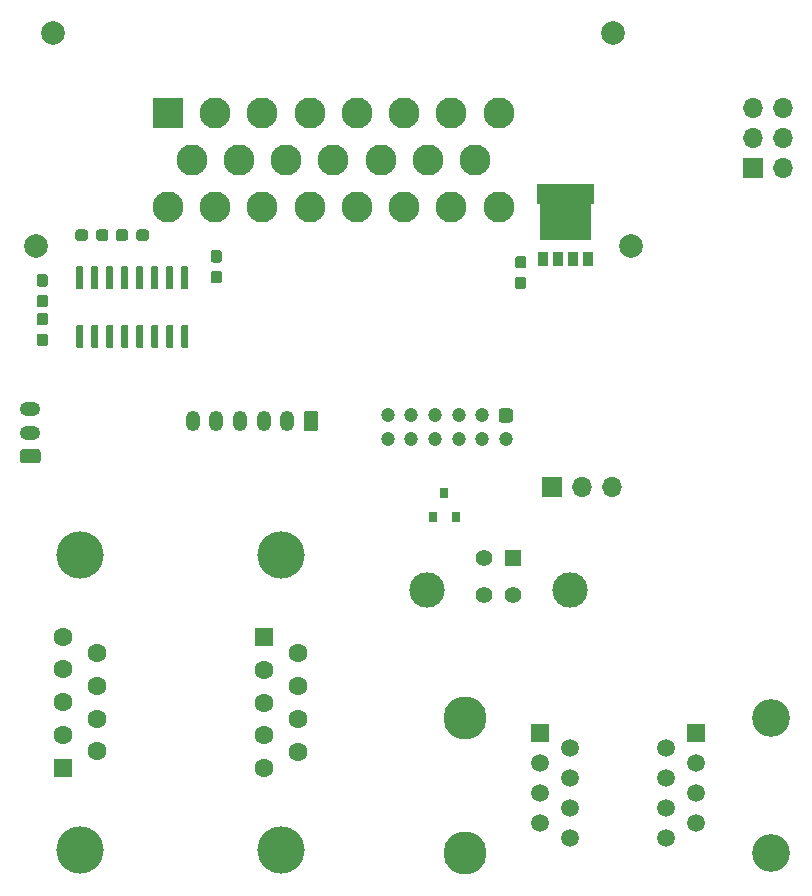
<source format=gbr>
G04 #@! TF.GenerationSoftware,KiCad,Pcbnew,5.1.5-52549c5~84~ubuntu18.04.1*
G04 #@! TF.CreationDate,2020-03-01T21:30:35-05:00*
G04 #@! TF.ProjectId,Port_Panel,506f7274-5f50-4616-9e65-6c2e6b696361,rev?*
G04 #@! TF.SameCoordinates,Original*
G04 #@! TF.FileFunction,Soldermask,Bot*
G04 #@! TF.FilePolarity,Negative*
%FSLAX46Y46*%
G04 Gerber Fmt 4.6, Leading zero omitted, Abs format (unit mm)*
G04 Created by KiCad (PCBNEW 5.1.5-52549c5~84~ubuntu18.04.1) date 2020-03-01 21:30:35*
%MOMM*%
%LPD*%
G04 APERTURE LIST*
%ADD10O,1.700000X1.700000*%
%ADD11R,1.700000X1.700000*%
%ADD12C,0.100000*%
%ADD13C,1.500000*%
%ADD14R,1.500000X1.500000*%
%ADD15C,3.650000*%
%ADD16C,1.200000*%
%ADD17C,2.000000*%
%ADD18C,2.625000*%
%ADD19R,2.625000X2.625000*%
%ADD20R,0.840000X1.290000*%
%ADD21C,1.400000*%
%ADD22C,3.000000*%
%ADD23R,1.400000X1.400000*%
%ADD24C,3.200000*%
%ADD25O,1.200000X1.750000*%
%ADD26R,1.600000X1.600000*%
%ADD27C,1.600000*%
%ADD28C,4.000000*%
%ADD29O,1.750000X1.200000*%
%ADD30R,0.800000X0.900000*%
G04 APERTURE END LIST*
D10*
X151892000Y-82296000D03*
X149352000Y-82296000D03*
D11*
X146812000Y-82296000D03*
D12*
G36*
X103892779Y-67548144D02*
G01*
X103915834Y-67551563D01*
X103938443Y-67557227D01*
X103960387Y-67565079D01*
X103981457Y-67575044D01*
X104001448Y-67587026D01*
X104020168Y-67600910D01*
X104037438Y-67616562D01*
X104053090Y-67633832D01*
X104066974Y-67652552D01*
X104078956Y-67672543D01*
X104088921Y-67693613D01*
X104096773Y-67715557D01*
X104102437Y-67738166D01*
X104105856Y-67761221D01*
X104107000Y-67784500D01*
X104107000Y-68359500D01*
X104105856Y-68382779D01*
X104102437Y-68405834D01*
X104096773Y-68428443D01*
X104088921Y-68450387D01*
X104078956Y-68471457D01*
X104066974Y-68491448D01*
X104053090Y-68510168D01*
X104037438Y-68527438D01*
X104020168Y-68543090D01*
X104001448Y-68556974D01*
X103981457Y-68568956D01*
X103960387Y-68578921D01*
X103938443Y-68586773D01*
X103915834Y-68592437D01*
X103892779Y-68595856D01*
X103869500Y-68597000D01*
X103394500Y-68597000D01*
X103371221Y-68595856D01*
X103348166Y-68592437D01*
X103325557Y-68586773D01*
X103303613Y-68578921D01*
X103282543Y-68568956D01*
X103262552Y-68556974D01*
X103243832Y-68543090D01*
X103226562Y-68527438D01*
X103210910Y-68510168D01*
X103197026Y-68491448D01*
X103185044Y-68471457D01*
X103175079Y-68450387D01*
X103167227Y-68428443D01*
X103161563Y-68405834D01*
X103158144Y-68382779D01*
X103157000Y-68359500D01*
X103157000Y-67784500D01*
X103158144Y-67761221D01*
X103161563Y-67738166D01*
X103167227Y-67715557D01*
X103175079Y-67693613D01*
X103185044Y-67672543D01*
X103197026Y-67652552D01*
X103210910Y-67633832D01*
X103226562Y-67616562D01*
X103243832Y-67600910D01*
X103262552Y-67587026D01*
X103282543Y-67575044D01*
X103303613Y-67565079D01*
X103325557Y-67557227D01*
X103348166Y-67551563D01*
X103371221Y-67548144D01*
X103394500Y-67547000D01*
X103869500Y-67547000D01*
X103892779Y-67548144D01*
G37*
G36*
X103892779Y-69298144D02*
G01*
X103915834Y-69301563D01*
X103938443Y-69307227D01*
X103960387Y-69315079D01*
X103981457Y-69325044D01*
X104001448Y-69337026D01*
X104020168Y-69350910D01*
X104037438Y-69366562D01*
X104053090Y-69383832D01*
X104066974Y-69402552D01*
X104078956Y-69422543D01*
X104088921Y-69443613D01*
X104096773Y-69465557D01*
X104102437Y-69488166D01*
X104105856Y-69511221D01*
X104107000Y-69534500D01*
X104107000Y-70109500D01*
X104105856Y-70132779D01*
X104102437Y-70155834D01*
X104096773Y-70178443D01*
X104088921Y-70200387D01*
X104078956Y-70221457D01*
X104066974Y-70241448D01*
X104053090Y-70260168D01*
X104037438Y-70277438D01*
X104020168Y-70293090D01*
X104001448Y-70306974D01*
X103981457Y-70318956D01*
X103960387Y-70328921D01*
X103938443Y-70336773D01*
X103915834Y-70342437D01*
X103892779Y-70345856D01*
X103869500Y-70347000D01*
X103394500Y-70347000D01*
X103371221Y-70345856D01*
X103348166Y-70342437D01*
X103325557Y-70336773D01*
X103303613Y-70328921D01*
X103282543Y-70318956D01*
X103262552Y-70306974D01*
X103243832Y-70293090D01*
X103226562Y-70277438D01*
X103210910Y-70260168D01*
X103197026Y-70241448D01*
X103185044Y-70221457D01*
X103175079Y-70200387D01*
X103167227Y-70178443D01*
X103161563Y-70155834D01*
X103158144Y-70132779D01*
X103157000Y-70109500D01*
X103157000Y-69534500D01*
X103158144Y-69511221D01*
X103161563Y-69488166D01*
X103167227Y-69465557D01*
X103175079Y-69443613D01*
X103185044Y-69422543D01*
X103197026Y-69402552D01*
X103210910Y-69383832D01*
X103226562Y-69366562D01*
X103243832Y-69350910D01*
X103262552Y-69337026D01*
X103282543Y-69325044D01*
X103303613Y-69315079D01*
X103325557Y-69307227D01*
X103348166Y-69301563D01*
X103371221Y-69298144D01*
X103394500Y-69297000D01*
X103869500Y-69297000D01*
X103892779Y-69298144D01*
G37*
G36*
X112437779Y-60486144D02*
G01*
X112460834Y-60489563D01*
X112483443Y-60495227D01*
X112505387Y-60503079D01*
X112526457Y-60513044D01*
X112546448Y-60525026D01*
X112565168Y-60538910D01*
X112582438Y-60554562D01*
X112598090Y-60571832D01*
X112611974Y-60590552D01*
X112623956Y-60610543D01*
X112633921Y-60631613D01*
X112641773Y-60653557D01*
X112647437Y-60676166D01*
X112650856Y-60699221D01*
X112652000Y-60722500D01*
X112652000Y-61197500D01*
X112650856Y-61220779D01*
X112647437Y-61243834D01*
X112641773Y-61266443D01*
X112633921Y-61288387D01*
X112623956Y-61309457D01*
X112611974Y-61329448D01*
X112598090Y-61348168D01*
X112582438Y-61365438D01*
X112565168Y-61381090D01*
X112546448Y-61394974D01*
X112526457Y-61406956D01*
X112505387Y-61416921D01*
X112483443Y-61424773D01*
X112460834Y-61430437D01*
X112437779Y-61433856D01*
X112414500Y-61435000D01*
X111839500Y-61435000D01*
X111816221Y-61433856D01*
X111793166Y-61430437D01*
X111770557Y-61424773D01*
X111748613Y-61416921D01*
X111727543Y-61406956D01*
X111707552Y-61394974D01*
X111688832Y-61381090D01*
X111671562Y-61365438D01*
X111655910Y-61348168D01*
X111642026Y-61329448D01*
X111630044Y-61309457D01*
X111620079Y-61288387D01*
X111612227Y-61266443D01*
X111606563Y-61243834D01*
X111603144Y-61220779D01*
X111602000Y-61197500D01*
X111602000Y-60722500D01*
X111603144Y-60699221D01*
X111606563Y-60676166D01*
X111612227Y-60653557D01*
X111620079Y-60631613D01*
X111630044Y-60610543D01*
X111642026Y-60590552D01*
X111655910Y-60571832D01*
X111671562Y-60554562D01*
X111688832Y-60538910D01*
X111707552Y-60525026D01*
X111727543Y-60513044D01*
X111748613Y-60503079D01*
X111770557Y-60495227D01*
X111793166Y-60489563D01*
X111816221Y-60486144D01*
X111839500Y-60485000D01*
X112414500Y-60485000D01*
X112437779Y-60486144D01*
G37*
G36*
X110687779Y-60486144D02*
G01*
X110710834Y-60489563D01*
X110733443Y-60495227D01*
X110755387Y-60503079D01*
X110776457Y-60513044D01*
X110796448Y-60525026D01*
X110815168Y-60538910D01*
X110832438Y-60554562D01*
X110848090Y-60571832D01*
X110861974Y-60590552D01*
X110873956Y-60610543D01*
X110883921Y-60631613D01*
X110891773Y-60653557D01*
X110897437Y-60676166D01*
X110900856Y-60699221D01*
X110902000Y-60722500D01*
X110902000Y-61197500D01*
X110900856Y-61220779D01*
X110897437Y-61243834D01*
X110891773Y-61266443D01*
X110883921Y-61288387D01*
X110873956Y-61309457D01*
X110861974Y-61329448D01*
X110848090Y-61348168D01*
X110832438Y-61365438D01*
X110815168Y-61381090D01*
X110796448Y-61394974D01*
X110776457Y-61406956D01*
X110755387Y-61416921D01*
X110733443Y-61424773D01*
X110710834Y-61430437D01*
X110687779Y-61433856D01*
X110664500Y-61435000D01*
X110089500Y-61435000D01*
X110066221Y-61433856D01*
X110043166Y-61430437D01*
X110020557Y-61424773D01*
X109998613Y-61416921D01*
X109977543Y-61406956D01*
X109957552Y-61394974D01*
X109938832Y-61381090D01*
X109921562Y-61365438D01*
X109905910Y-61348168D01*
X109892026Y-61329448D01*
X109880044Y-61309457D01*
X109870079Y-61288387D01*
X109862227Y-61266443D01*
X109856563Y-61243834D01*
X109853144Y-61220779D01*
X109852000Y-61197500D01*
X109852000Y-60722500D01*
X109853144Y-60699221D01*
X109856563Y-60676166D01*
X109862227Y-60653557D01*
X109870079Y-60631613D01*
X109880044Y-60610543D01*
X109892026Y-60590552D01*
X109905910Y-60571832D01*
X109921562Y-60554562D01*
X109938832Y-60538910D01*
X109957552Y-60525026D01*
X109977543Y-60513044D01*
X109998613Y-60503079D01*
X110020557Y-60495227D01*
X110043166Y-60489563D01*
X110066221Y-60486144D01*
X110089500Y-60485000D01*
X110664500Y-60485000D01*
X110687779Y-60486144D01*
G37*
G36*
X109022779Y-60486144D02*
G01*
X109045834Y-60489563D01*
X109068443Y-60495227D01*
X109090387Y-60503079D01*
X109111457Y-60513044D01*
X109131448Y-60525026D01*
X109150168Y-60538910D01*
X109167438Y-60554562D01*
X109183090Y-60571832D01*
X109196974Y-60590552D01*
X109208956Y-60610543D01*
X109218921Y-60631613D01*
X109226773Y-60653557D01*
X109232437Y-60676166D01*
X109235856Y-60699221D01*
X109237000Y-60722500D01*
X109237000Y-61197500D01*
X109235856Y-61220779D01*
X109232437Y-61243834D01*
X109226773Y-61266443D01*
X109218921Y-61288387D01*
X109208956Y-61309457D01*
X109196974Y-61329448D01*
X109183090Y-61348168D01*
X109167438Y-61365438D01*
X109150168Y-61381090D01*
X109131448Y-61394974D01*
X109111457Y-61406956D01*
X109090387Y-61416921D01*
X109068443Y-61424773D01*
X109045834Y-61430437D01*
X109022779Y-61433856D01*
X108999500Y-61435000D01*
X108424500Y-61435000D01*
X108401221Y-61433856D01*
X108378166Y-61430437D01*
X108355557Y-61424773D01*
X108333613Y-61416921D01*
X108312543Y-61406956D01*
X108292552Y-61394974D01*
X108273832Y-61381090D01*
X108256562Y-61365438D01*
X108240910Y-61348168D01*
X108227026Y-61329448D01*
X108215044Y-61309457D01*
X108205079Y-61288387D01*
X108197227Y-61266443D01*
X108191563Y-61243834D01*
X108188144Y-61220779D01*
X108187000Y-61197500D01*
X108187000Y-60722500D01*
X108188144Y-60699221D01*
X108191563Y-60676166D01*
X108197227Y-60653557D01*
X108205079Y-60631613D01*
X108215044Y-60610543D01*
X108227026Y-60590552D01*
X108240910Y-60571832D01*
X108256562Y-60554562D01*
X108273832Y-60538910D01*
X108292552Y-60525026D01*
X108312543Y-60513044D01*
X108333613Y-60503079D01*
X108355557Y-60495227D01*
X108378166Y-60489563D01*
X108401221Y-60486144D01*
X108424500Y-60485000D01*
X108999500Y-60485000D01*
X109022779Y-60486144D01*
G37*
G36*
X107272779Y-60486144D02*
G01*
X107295834Y-60489563D01*
X107318443Y-60495227D01*
X107340387Y-60503079D01*
X107361457Y-60513044D01*
X107381448Y-60525026D01*
X107400168Y-60538910D01*
X107417438Y-60554562D01*
X107433090Y-60571832D01*
X107446974Y-60590552D01*
X107458956Y-60610543D01*
X107468921Y-60631613D01*
X107476773Y-60653557D01*
X107482437Y-60676166D01*
X107485856Y-60699221D01*
X107487000Y-60722500D01*
X107487000Y-61197500D01*
X107485856Y-61220779D01*
X107482437Y-61243834D01*
X107476773Y-61266443D01*
X107468921Y-61288387D01*
X107458956Y-61309457D01*
X107446974Y-61329448D01*
X107433090Y-61348168D01*
X107417438Y-61365438D01*
X107400168Y-61381090D01*
X107381448Y-61394974D01*
X107361457Y-61406956D01*
X107340387Y-61416921D01*
X107318443Y-61424773D01*
X107295834Y-61430437D01*
X107272779Y-61433856D01*
X107249500Y-61435000D01*
X106674500Y-61435000D01*
X106651221Y-61433856D01*
X106628166Y-61430437D01*
X106605557Y-61424773D01*
X106583613Y-61416921D01*
X106562543Y-61406956D01*
X106542552Y-61394974D01*
X106523832Y-61381090D01*
X106506562Y-61365438D01*
X106490910Y-61348168D01*
X106477026Y-61329448D01*
X106465044Y-61309457D01*
X106455079Y-61288387D01*
X106447227Y-61266443D01*
X106441563Y-61243834D01*
X106438144Y-61220779D01*
X106437000Y-61197500D01*
X106437000Y-60722500D01*
X106438144Y-60699221D01*
X106441563Y-60676166D01*
X106447227Y-60653557D01*
X106455079Y-60631613D01*
X106465044Y-60610543D01*
X106477026Y-60590552D01*
X106490910Y-60571832D01*
X106506562Y-60554562D01*
X106523832Y-60538910D01*
X106542552Y-60525026D01*
X106562543Y-60513044D01*
X106583613Y-60503079D01*
X106605557Y-60495227D01*
X106628166Y-60489563D01*
X106651221Y-60486144D01*
X106674500Y-60485000D01*
X107249500Y-60485000D01*
X107272779Y-60486144D01*
G37*
G36*
X103892779Y-66024144D02*
G01*
X103915834Y-66027563D01*
X103938443Y-66033227D01*
X103960387Y-66041079D01*
X103981457Y-66051044D01*
X104001448Y-66063026D01*
X104020168Y-66076910D01*
X104037438Y-66092562D01*
X104053090Y-66109832D01*
X104066974Y-66128552D01*
X104078956Y-66148543D01*
X104088921Y-66169613D01*
X104096773Y-66191557D01*
X104102437Y-66214166D01*
X104105856Y-66237221D01*
X104107000Y-66260500D01*
X104107000Y-66835500D01*
X104105856Y-66858779D01*
X104102437Y-66881834D01*
X104096773Y-66904443D01*
X104088921Y-66926387D01*
X104078956Y-66947457D01*
X104066974Y-66967448D01*
X104053090Y-66986168D01*
X104037438Y-67003438D01*
X104020168Y-67019090D01*
X104001448Y-67032974D01*
X103981457Y-67044956D01*
X103960387Y-67054921D01*
X103938443Y-67062773D01*
X103915834Y-67068437D01*
X103892779Y-67071856D01*
X103869500Y-67073000D01*
X103394500Y-67073000D01*
X103371221Y-67071856D01*
X103348166Y-67068437D01*
X103325557Y-67062773D01*
X103303613Y-67054921D01*
X103282543Y-67044956D01*
X103262552Y-67032974D01*
X103243832Y-67019090D01*
X103226562Y-67003438D01*
X103210910Y-66986168D01*
X103197026Y-66967448D01*
X103185044Y-66947457D01*
X103175079Y-66926387D01*
X103167227Y-66904443D01*
X103161563Y-66881834D01*
X103158144Y-66858779D01*
X103157000Y-66835500D01*
X103157000Y-66260500D01*
X103158144Y-66237221D01*
X103161563Y-66214166D01*
X103167227Y-66191557D01*
X103175079Y-66169613D01*
X103185044Y-66148543D01*
X103197026Y-66128552D01*
X103210910Y-66109832D01*
X103226562Y-66092562D01*
X103243832Y-66076910D01*
X103262552Y-66063026D01*
X103282543Y-66051044D01*
X103303613Y-66041079D01*
X103325557Y-66033227D01*
X103348166Y-66027563D01*
X103371221Y-66024144D01*
X103394500Y-66023000D01*
X103869500Y-66023000D01*
X103892779Y-66024144D01*
G37*
G36*
X103892779Y-64274144D02*
G01*
X103915834Y-64277563D01*
X103938443Y-64283227D01*
X103960387Y-64291079D01*
X103981457Y-64301044D01*
X104001448Y-64313026D01*
X104020168Y-64326910D01*
X104037438Y-64342562D01*
X104053090Y-64359832D01*
X104066974Y-64378552D01*
X104078956Y-64398543D01*
X104088921Y-64419613D01*
X104096773Y-64441557D01*
X104102437Y-64464166D01*
X104105856Y-64487221D01*
X104107000Y-64510500D01*
X104107000Y-65085500D01*
X104105856Y-65108779D01*
X104102437Y-65131834D01*
X104096773Y-65154443D01*
X104088921Y-65176387D01*
X104078956Y-65197457D01*
X104066974Y-65217448D01*
X104053090Y-65236168D01*
X104037438Y-65253438D01*
X104020168Y-65269090D01*
X104001448Y-65282974D01*
X103981457Y-65294956D01*
X103960387Y-65304921D01*
X103938443Y-65312773D01*
X103915834Y-65318437D01*
X103892779Y-65321856D01*
X103869500Y-65323000D01*
X103394500Y-65323000D01*
X103371221Y-65321856D01*
X103348166Y-65318437D01*
X103325557Y-65312773D01*
X103303613Y-65304921D01*
X103282543Y-65294956D01*
X103262552Y-65282974D01*
X103243832Y-65269090D01*
X103226562Y-65253438D01*
X103210910Y-65236168D01*
X103197026Y-65217448D01*
X103185044Y-65197457D01*
X103175079Y-65176387D01*
X103167227Y-65154443D01*
X103161563Y-65131834D01*
X103158144Y-65108779D01*
X103157000Y-65085500D01*
X103157000Y-64510500D01*
X103158144Y-64487221D01*
X103161563Y-64464166D01*
X103167227Y-64441557D01*
X103175079Y-64419613D01*
X103185044Y-64398543D01*
X103197026Y-64378552D01*
X103210910Y-64359832D01*
X103226562Y-64342562D01*
X103243832Y-64326910D01*
X103262552Y-64313026D01*
X103282543Y-64301044D01*
X103303613Y-64291079D01*
X103325557Y-64283227D01*
X103348166Y-64277563D01*
X103371221Y-64274144D01*
X103394500Y-64273000D01*
X103869500Y-64273000D01*
X103892779Y-64274144D01*
G37*
G36*
X118624779Y-63992144D02*
G01*
X118647834Y-63995563D01*
X118670443Y-64001227D01*
X118692387Y-64009079D01*
X118713457Y-64019044D01*
X118733448Y-64031026D01*
X118752168Y-64044910D01*
X118769438Y-64060562D01*
X118785090Y-64077832D01*
X118798974Y-64096552D01*
X118810956Y-64116543D01*
X118820921Y-64137613D01*
X118828773Y-64159557D01*
X118834437Y-64182166D01*
X118837856Y-64205221D01*
X118839000Y-64228500D01*
X118839000Y-64803500D01*
X118837856Y-64826779D01*
X118834437Y-64849834D01*
X118828773Y-64872443D01*
X118820921Y-64894387D01*
X118810956Y-64915457D01*
X118798974Y-64935448D01*
X118785090Y-64954168D01*
X118769438Y-64971438D01*
X118752168Y-64987090D01*
X118733448Y-65000974D01*
X118713457Y-65012956D01*
X118692387Y-65022921D01*
X118670443Y-65030773D01*
X118647834Y-65036437D01*
X118624779Y-65039856D01*
X118601500Y-65041000D01*
X118126500Y-65041000D01*
X118103221Y-65039856D01*
X118080166Y-65036437D01*
X118057557Y-65030773D01*
X118035613Y-65022921D01*
X118014543Y-65012956D01*
X117994552Y-65000974D01*
X117975832Y-64987090D01*
X117958562Y-64971438D01*
X117942910Y-64954168D01*
X117929026Y-64935448D01*
X117917044Y-64915457D01*
X117907079Y-64894387D01*
X117899227Y-64872443D01*
X117893563Y-64849834D01*
X117890144Y-64826779D01*
X117889000Y-64803500D01*
X117889000Y-64228500D01*
X117890144Y-64205221D01*
X117893563Y-64182166D01*
X117899227Y-64159557D01*
X117907079Y-64137613D01*
X117917044Y-64116543D01*
X117929026Y-64096552D01*
X117942910Y-64077832D01*
X117958562Y-64060562D01*
X117975832Y-64044910D01*
X117994552Y-64031026D01*
X118014543Y-64019044D01*
X118035613Y-64009079D01*
X118057557Y-64001227D01*
X118080166Y-63995563D01*
X118103221Y-63992144D01*
X118126500Y-63991000D01*
X118601500Y-63991000D01*
X118624779Y-63992144D01*
G37*
G36*
X118624779Y-62242144D02*
G01*
X118647834Y-62245563D01*
X118670443Y-62251227D01*
X118692387Y-62259079D01*
X118713457Y-62269044D01*
X118733448Y-62281026D01*
X118752168Y-62294910D01*
X118769438Y-62310562D01*
X118785090Y-62327832D01*
X118798974Y-62346552D01*
X118810956Y-62366543D01*
X118820921Y-62387613D01*
X118828773Y-62409557D01*
X118834437Y-62432166D01*
X118837856Y-62455221D01*
X118839000Y-62478500D01*
X118839000Y-63053500D01*
X118837856Y-63076779D01*
X118834437Y-63099834D01*
X118828773Y-63122443D01*
X118820921Y-63144387D01*
X118810956Y-63165457D01*
X118798974Y-63185448D01*
X118785090Y-63204168D01*
X118769438Y-63221438D01*
X118752168Y-63237090D01*
X118733448Y-63250974D01*
X118713457Y-63262956D01*
X118692387Y-63272921D01*
X118670443Y-63280773D01*
X118647834Y-63286437D01*
X118624779Y-63289856D01*
X118601500Y-63291000D01*
X118126500Y-63291000D01*
X118103221Y-63289856D01*
X118080166Y-63286437D01*
X118057557Y-63280773D01*
X118035613Y-63272921D01*
X118014543Y-63262956D01*
X117994552Y-63250974D01*
X117975832Y-63237090D01*
X117958562Y-63221438D01*
X117942910Y-63204168D01*
X117929026Y-63185448D01*
X117917044Y-63165457D01*
X117907079Y-63144387D01*
X117899227Y-63122443D01*
X117893563Y-63099834D01*
X117890144Y-63076779D01*
X117889000Y-63053500D01*
X117889000Y-62478500D01*
X117890144Y-62455221D01*
X117893563Y-62432166D01*
X117899227Y-62409557D01*
X117907079Y-62387613D01*
X117917044Y-62366543D01*
X117929026Y-62346552D01*
X117942910Y-62327832D01*
X117958562Y-62310562D01*
X117975832Y-62294910D01*
X117994552Y-62281026D01*
X118014543Y-62269044D01*
X118035613Y-62259079D01*
X118057557Y-62251227D01*
X118080166Y-62245563D01*
X118103221Y-62242144D01*
X118126500Y-62241000D01*
X118601500Y-62241000D01*
X118624779Y-62242144D01*
G37*
G36*
X106971703Y-68556722D02*
G01*
X106986264Y-68558882D01*
X107000543Y-68562459D01*
X107014403Y-68567418D01*
X107027710Y-68573712D01*
X107040336Y-68581280D01*
X107052159Y-68590048D01*
X107063066Y-68599934D01*
X107072952Y-68610841D01*
X107081720Y-68622664D01*
X107089288Y-68635290D01*
X107095582Y-68648597D01*
X107100541Y-68662457D01*
X107104118Y-68676736D01*
X107106278Y-68691297D01*
X107107000Y-68706000D01*
X107107000Y-70356000D01*
X107106278Y-70370703D01*
X107104118Y-70385264D01*
X107100541Y-70399543D01*
X107095582Y-70413403D01*
X107089288Y-70426710D01*
X107081720Y-70439336D01*
X107072952Y-70451159D01*
X107063066Y-70462066D01*
X107052159Y-70471952D01*
X107040336Y-70480720D01*
X107027710Y-70488288D01*
X107014403Y-70494582D01*
X107000543Y-70499541D01*
X106986264Y-70503118D01*
X106971703Y-70505278D01*
X106957000Y-70506000D01*
X106657000Y-70506000D01*
X106642297Y-70505278D01*
X106627736Y-70503118D01*
X106613457Y-70499541D01*
X106599597Y-70494582D01*
X106586290Y-70488288D01*
X106573664Y-70480720D01*
X106561841Y-70471952D01*
X106550934Y-70462066D01*
X106541048Y-70451159D01*
X106532280Y-70439336D01*
X106524712Y-70426710D01*
X106518418Y-70413403D01*
X106513459Y-70399543D01*
X106509882Y-70385264D01*
X106507722Y-70370703D01*
X106507000Y-70356000D01*
X106507000Y-68706000D01*
X106507722Y-68691297D01*
X106509882Y-68676736D01*
X106513459Y-68662457D01*
X106518418Y-68648597D01*
X106524712Y-68635290D01*
X106532280Y-68622664D01*
X106541048Y-68610841D01*
X106550934Y-68599934D01*
X106561841Y-68590048D01*
X106573664Y-68581280D01*
X106586290Y-68573712D01*
X106599597Y-68567418D01*
X106613457Y-68562459D01*
X106627736Y-68558882D01*
X106642297Y-68556722D01*
X106657000Y-68556000D01*
X106957000Y-68556000D01*
X106971703Y-68556722D01*
G37*
G36*
X108241703Y-68556722D02*
G01*
X108256264Y-68558882D01*
X108270543Y-68562459D01*
X108284403Y-68567418D01*
X108297710Y-68573712D01*
X108310336Y-68581280D01*
X108322159Y-68590048D01*
X108333066Y-68599934D01*
X108342952Y-68610841D01*
X108351720Y-68622664D01*
X108359288Y-68635290D01*
X108365582Y-68648597D01*
X108370541Y-68662457D01*
X108374118Y-68676736D01*
X108376278Y-68691297D01*
X108377000Y-68706000D01*
X108377000Y-70356000D01*
X108376278Y-70370703D01*
X108374118Y-70385264D01*
X108370541Y-70399543D01*
X108365582Y-70413403D01*
X108359288Y-70426710D01*
X108351720Y-70439336D01*
X108342952Y-70451159D01*
X108333066Y-70462066D01*
X108322159Y-70471952D01*
X108310336Y-70480720D01*
X108297710Y-70488288D01*
X108284403Y-70494582D01*
X108270543Y-70499541D01*
X108256264Y-70503118D01*
X108241703Y-70505278D01*
X108227000Y-70506000D01*
X107927000Y-70506000D01*
X107912297Y-70505278D01*
X107897736Y-70503118D01*
X107883457Y-70499541D01*
X107869597Y-70494582D01*
X107856290Y-70488288D01*
X107843664Y-70480720D01*
X107831841Y-70471952D01*
X107820934Y-70462066D01*
X107811048Y-70451159D01*
X107802280Y-70439336D01*
X107794712Y-70426710D01*
X107788418Y-70413403D01*
X107783459Y-70399543D01*
X107779882Y-70385264D01*
X107777722Y-70370703D01*
X107777000Y-70356000D01*
X107777000Y-68706000D01*
X107777722Y-68691297D01*
X107779882Y-68676736D01*
X107783459Y-68662457D01*
X107788418Y-68648597D01*
X107794712Y-68635290D01*
X107802280Y-68622664D01*
X107811048Y-68610841D01*
X107820934Y-68599934D01*
X107831841Y-68590048D01*
X107843664Y-68581280D01*
X107856290Y-68573712D01*
X107869597Y-68567418D01*
X107883457Y-68562459D01*
X107897736Y-68558882D01*
X107912297Y-68556722D01*
X107927000Y-68556000D01*
X108227000Y-68556000D01*
X108241703Y-68556722D01*
G37*
G36*
X109511703Y-68556722D02*
G01*
X109526264Y-68558882D01*
X109540543Y-68562459D01*
X109554403Y-68567418D01*
X109567710Y-68573712D01*
X109580336Y-68581280D01*
X109592159Y-68590048D01*
X109603066Y-68599934D01*
X109612952Y-68610841D01*
X109621720Y-68622664D01*
X109629288Y-68635290D01*
X109635582Y-68648597D01*
X109640541Y-68662457D01*
X109644118Y-68676736D01*
X109646278Y-68691297D01*
X109647000Y-68706000D01*
X109647000Y-70356000D01*
X109646278Y-70370703D01*
X109644118Y-70385264D01*
X109640541Y-70399543D01*
X109635582Y-70413403D01*
X109629288Y-70426710D01*
X109621720Y-70439336D01*
X109612952Y-70451159D01*
X109603066Y-70462066D01*
X109592159Y-70471952D01*
X109580336Y-70480720D01*
X109567710Y-70488288D01*
X109554403Y-70494582D01*
X109540543Y-70499541D01*
X109526264Y-70503118D01*
X109511703Y-70505278D01*
X109497000Y-70506000D01*
X109197000Y-70506000D01*
X109182297Y-70505278D01*
X109167736Y-70503118D01*
X109153457Y-70499541D01*
X109139597Y-70494582D01*
X109126290Y-70488288D01*
X109113664Y-70480720D01*
X109101841Y-70471952D01*
X109090934Y-70462066D01*
X109081048Y-70451159D01*
X109072280Y-70439336D01*
X109064712Y-70426710D01*
X109058418Y-70413403D01*
X109053459Y-70399543D01*
X109049882Y-70385264D01*
X109047722Y-70370703D01*
X109047000Y-70356000D01*
X109047000Y-68706000D01*
X109047722Y-68691297D01*
X109049882Y-68676736D01*
X109053459Y-68662457D01*
X109058418Y-68648597D01*
X109064712Y-68635290D01*
X109072280Y-68622664D01*
X109081048Y-68610841D01*
X109090934Y-68599934D01*
X109101841Y-68590048D01*
X109113664Y-68581280D01*
X109126290Y-68573712D01*
X109139597Y-68567418D01*
X109153457Y-68562459D01*
X109167736Y-68558882D01*
X109182297Y-68556722D01*
X109197000Y-68556000D01*
X109497000Y-68556000D01*
X109511703Y-68556722D01*
G37*
G36*
X110781703Y-68556722D02*
G01*
X110796264Y-68558882D01*
X110810543Y-68562459D01*
X110824403Y-68567418D01*
X110837710Y-68573712D01*
X110850336Y-68581280D01*
X110862159Y-68590048D01*
X110873066Y-68599934D01*
X110882952Y-68610841D01*
X110891720Y-68622664D01*
X110899288Y-68635290D01*
X110905582Y-68648597D01*
X110910541Y-68662457D01*
X110914118Y-68676736D01*
X110916278Y-68691297D01*
X110917000Y-68706000D01*
X110917000Y-70356000D01*
X110916278Y-70370703D01*
X110914118Y-70385264D01*
X110910541Y-70399543D01*
X110905582Y-70413403D01*
X110899288Y-70426710D01*
X110891720Y-70439336D01*
X110882952Y-70451159D01*
X110873066Y-70462066D01*
X110862159Y-70471952D01*
X110850336Y-70480720D01*
X110837710Y-70488288D01*
X110824403Y-70494582D01*
X110810543Y-70499541D01*
X110796264Y-70503118D01*
X110781703Y-70505278D01*
X110767000Y-70506000D01*
X110467000Y-70506000D01*
X110452297Y-70505278D01*
X110437736Y-70503118D01*
X110423457Y-70499541D01*
X110409597Y-70494582D01*
X110396290Y-70488288D01*
X110383664Y-70480720D01*
X110371841Y-70471952D01*
X110360934Y-70462066D01*
X110351048Y-70451159D01*
X110342280Y-70439336D01*
X110334712Y-70426710D01*
X110328418Y-70413403D01*
X110323459Y-70399543D01*
X110319882Y-70385264D01*
X110317722Y-70370703D01*
X110317000Y-70356000D01*
X110317000Y-68706000D01*
X110317722Y-68691297D01*
X110319882Y-68676736D01*
X110323459Y-68662457D01*
X110328418Y-68648597D01*
X110334712Y-68635290D01*
X110342280Y-68622664D01*
X110351048Y-68610841D01*
X110360934Y-68599934D01*
X110371841Y-68590048D01*
X110383664Y-68581280D01*
X110396290Y-68573712D01*
X110409597Y-68567418D01*
X110423457Y-68562459D01*
X110437736Y-68558882D01*
X110452297Y-68556722D01*
X110467000Y-68556000D01*
X110767000Y-68556000D01*
X110781703Y-68556722D01*
G37*
G36*
X112051703Y-68556722D02*
G01*
X112066264Y-68558882D01*
X112080543Y-68562459D01*
X112094403Y-68567418D01*
X112107710Y-68573712D01*
X112120336Y-68581280D01*
X112132159Y-68590048D01*
X112143066Y-68599934D01*
X112152952Y-68610841D01*
X112161720Y-68622664D01*
X112169288Y-68635290D01*
X112175582Y-68648597D01*
X112180541Y-68662457D01*
X112184118Y-68676736D01*
X112186278Y-68691297D01*
X112187000Y-68706000D01*
X112187000Y-70356000D01*
X112186278Y-70370703D01*
X112184118Y-70385264D01*
X112180541Y-70399543D01*
X112175582Y-70413403D01*
X112169288Y-70426710D01*
X112161720Y-70439336D01*
X112152952Y-70451159D01*
X112143066Y-70462066D01*
X112132159Y-70471952D01*
X112120336Y-70480720D01*
X112107710Y-70488288D01*
X112094403Y-70494582D01*
X112080543Y-70499541D01*
X112066264Y-70503118D01*
X112051703Y-70505278D01*
X112037000Y-70506000D01*
X111737000Y-70506000D01*
X111722297Y-70505278D01*
X111707736Y-70503118D01*
X111693457Y-70499541D01*
X111679597Y-70494582D01*
X111666290Y-70488288D01*
X111653664Y-70480720D01*
X111641841Y-70471952D01*
X111630934Y-70462066D01*
X111621048Y-70451159D01*
X111612280Y-70439336D01*
X111604712Y-70426710D01*
X111598418Y-70413403D01*
X111593459Y-70399543D01*
X111589882Y-70385264D01*
X111587722Y-70370703D01*
X111587000Y-70356000D01*
X111587000Y-68706000D01*
X111587722Y-68691297D01*
X111589882Y-68676736D01*
X111593459Y-68662457D01*
X111598418Y-68648597D01*
X111604712Y-68635290D01*
X111612280Y-68622664D01*
X111621048Y-68610841D01*
X111630934Y-68599934D01*
X111641841Y-68590048D01*
X111653664Y-68581280D01*
X111666290Y-68573712D01*
X111679597Y-68567418D01*
X111693457Y-68562459D01*
X111707736Y-68558882D01*
X111722297Y-68556722D01*
X111737000Y-68556000D01*
X112037000Y-68556000D01*
X112051703Y-68556722D01*
G37*
G36*
X113321703Y-68556722D02*
G01*
X113336264Y-68558882D01*
X113350543Y-68562459D01*
X113364403Y-68567418D01*
X113377710Y-68573712D01*
X113390336Y-68581280D01*
X113402159Y-68590048D01*
X113413066Y-68599934D01*
X113422952Y-68610841D01*
X113431720Y-68622664D01*
X113439288Y-68635290D01*
X113445582Y-68648597D01*
X113450541Y-68662457D01*
X113454118Y-68676736D01*
X113456278Y-68691297D01*
X113457000Y-68706000D01*
X113457000Y-70356000D01*
X113456278Y-70370703D01*
X113454118Y-70385264D01*
X113450541Y-70399543D01*
X113445582Y-70413403D01*
X113439288Y-70426710D01*
X113431720Y-70439336D01*
X113422952Y-70451159D01*
X113413066Y-70462066D01*
X113402159Y-70471952D01*
X113390336Y-70480720D01*
X113377710Y-70488288D01*
X113364403Y-70494582D01*
X113350543Y-70499541D01*
X113336264Y-70503118D01*
X113321703Y-70505278D01*
X113307000Y-70506000D01*
X113007000Y-70506000D01*
X112992297Y-70505278D01*
X112977736Y-70503118D01*
X112963457Y-70499541D01*
X112949597Y-70494582D01*
X112936290Y-70488288D01*
X112923664Y-70480720D01*
X112911841Y-70471952D01*
X112900934Y-70462066D01*
X112891048Y-70451159D01*
X112882280Y-70439336D01*
X112874712Y-70426710D01*
X112868418Y-70413403D01*
X112863459Y-70399543D01*
X112859882Y-70385264D01*
X112857722Y-70370703D01*
X112857000Y-70356000D01*
X112857000Y-68706000D01*
X112857722Y-68691297D01*
X112859882Y-68676736D01*
X112863459Y-68662457D01*
X112868418Y-68648597D01*
X112874712Y-68635290D01*
X112882280Y-68622664D01*
X112891048Y-68610841D01*
X112900934Y-68599934D01*
X112911841Y-68590048D01*
X112923664Y-68581280D01*
X112936290Y-68573712D01*
X112949597Y-68567418D01*
X112963457Y-68562459D01*
X112977736Y-68558882D01*
X112992297Y-68556722D01*
X113007000Y-68556000D01*
X113307000Y-68556000D01*
X113321703Y-68556722D01*
G37*
G36*
X114591703Y-68556722D02*
G01*
X114606264Y-68558882D01*
X114620543Y-68562459D01*
X114634403Y-68567418D01*
X114647710Y-68573712D01*
X114660336Y-68581280D01*
X114672159Y-68590048D01*
X114683066Y-68599934D01*
X114692952Y-68610841D01*
X114701720Y-68622664D01*
X114709288Y-68635290D01*
X114715582Y-68648597D01*
X114720541Y-68662457D01*
X114724118Y-68676736D01*
X114726278Y-68691297D01*
X114727000Y-68706000D01*
X114727000Y-70356000D01*
X114726278Y-70370703D01*
X114724118Y-70385264D01*
X114720541Y-70399543D01*
X114715582Y-70413403D01*
X114709288Y-70426710D01*
X114701720Y-70439336D01*
X114692952Y-70451159D01*
X114683066Y-70462066D01*
X114672159Y-70471952D01*
X114660336Y-70480720D01*
X114647710Y-70488288D01*
X114634403Y-70494582D01*
X114620543Y-70499541D01*
X114606264Y-70503118D01*
X114591703Y-70505278D01*
X114577000Y-70506000D01*
X114277000Y-70506000D01*
X114262297Y-70505278D01*
X114247736Y-70503118D01*
X114233457Y-70499541D01*
X114219597Y-70494582D01*
X114206290Y-70488288D01*
X114193664Y-70480720D01*
X114181841Y-70471952D01*
X114170934Y-70462066D01*
X114161048Y-70451159D01*
X114152280Y-70439336D01*
X114144712Y-70426710D01*
X114138418Y-70413403D01*
X114133459Y-70399543D01*
X114129882Y-70385264D01*
X114127722Y-70370703D01*
X114127000Y-70356000D01*
X114127000Y-68706000D01*
X114127722Y-68691297D01*
X114129882Y-68676736D01*
X114133459Y-68662457D01*
X114138418Y-68648597D01*
X114144712Y-68635290D01*
X114152280Y-68622664D01*
X114161048Y-68610841D01*
X114170934Y-68599934D01*
X114181841Y-68590048D01*
X114193664Y-68581280D01*
X114206290Y-68573712D01*
X114219597Y-68567418D01*
X114233457Y-68562459D01*
X114247736Y-68558882D01*
X114262297Y-68556722D01*
X114277000Y-68556000D01*
X114577000Y-68556000D01*
X114591703Y-68556722D01*
G37*
G36*
X115861703Y-68556722D02*
G01*
X115876264Y-68558882D01*
X115890543Y-68562459D01*
X115904403Y-68567418D01*
X115917710Y-68573712D01*
X115930336Y-68581280D01*
X115942159Y-68590048D01*
X115953066Y-68599934D01*
X115962952Y-68610841D01*
X115971720Y-68622664D01*
X115979288Y-68635290D01*
X115985582Y-68648597D01*
X115990541Y-68662457D01*
X115994118Y-68676736D01*
X115996278Y-68691297D01*
X115997000Y-68706000D01*
X115997000Y-70356000D01*
X115996278Y-70370703D01*
X115994118Y-70385264D01*
X115990541Y-70399543D01*
X115985582Y-70413403D01*
X115979288Y-70426710D01*
X115971720Y-70439336D01*
X115962952Y-70451159D01*
X115953066Y-70462066D01*
X115942159Y-70471952D01*
X115930336Y-70480720D01*
X115917710Y-70488288D01*
X115904403Y-70494582D01*
X115890543Y-70499541D01*
X115876264Y-70503118D01*
X115861703Y-70505278D01*
X115847000Y-70506000D01*
X115547000Y-70506000D01*
X115532297Y-70505278D01*
X115517736Y-70503118D01*
X115503457Y-70499541D01*
X115489597Y-70494582D01*
X115476290Y-70488288D01*
X115463664Y-70480720D01*
X115451841Y-70471952D01*
X115440934Y-70462066D01*
X115431048Y-70451159D01*
X115422280Y-70439336D01*
X115414712Y-70426710D01*
X115408418Y-70413403D01*
X115403459Y-70399543D01*
X115399882Y-70385264D01*
X115397722Y-70370703D01*
X115397000Y-70356000D01*
X115397000Y-68706000D01*
X115397722Y-68691297D01*
X115399882Y-68676736D01*
X115403459Y-68662457D01*
X115408418Y-68648597D01*
X115414712Y-68635290D01*
X115422280Y-68622664D01*
X115431048Y-68610841D01*
X115440934Y-68599934D01*
X115451841Y-68590048D01*
X115463664Y-68581280D01*
X115476290Y-68573712D01*
X115489597Y-68567418D01*
X115503457Y-68562459D01*
X115517736Y-68558882D01*
X115532297Y-68556722D01*
X115547000Y-68556000D01*
X115847000Y-68556000D01*
X115861703Y-68556722D01*
G37*
G36*
X115861703Y-63606722D02*
G01*
X115876264Y-63608882D01*
X115890543Y-63612459D01*
X115904403Y-63617418D01*
X115917710Y-63623712D01*
X115930336Y-63631280D01*
X115942159Y-63640048D01*
X115953066Y-63649934D01*
X115962952Y-63660841D01*
X115971720Y-63672664D01*
X115979288Y-63685290D01*
X115985582Y-63698597D01*
X115990541Y-63712457D01*
X115994118Y-63726736D01*
X115996278Y-63741297D01*
X115997000Y-63756000D01*
X115997000Y-65406000D01*
X115996278Y-65420703D01*
X115994118Y-65435264D01*
X115990541Y-65449543D01*
X115985582Y-65463403D01*
X115979288Y-65476710D01*
X115971720Y-65489336D01*
X115962952Y-65501159D01*
X115953066Y-65512066D01*
X115942159Y-65521952D01*
X115930336Y-65530720D01*
X115917710Y-65538288D01*
X115904403Y-65544582D01*
X115890543Y-65549541D01*
X115876264Y-65553118D01*
X115861703Y-65555278D01*
X115847000Y-65556000D01*
X115547000Y-65556000D01*
X115532297Y-65555278D01*
X115517736Y-65553118D01*
X115503457Y-65549541D01*
X115489597Y-65544582D01*
X115476290Y-65538288D01*
X115463664Y-65530720D01*
X115451841Y-65521952D01*
X115440934Y-65512066D01*
X115431048Y-65501159D01*
X115422280Y-65489336D01*
X115414712Y-65476710D01*
X115408418Y-65463403D01*
X115403459Y-65449543D01*
X115399882Y-65435264D01*
X115397722Y-65420703D01*
X115397000Y-65406000D01*
X115397000Y-63756000D01*
X115397722Y-63741297D01*
X115399882Y-63726736D01*
X115403459Y-63712457D01*
X115408418Y-63698597D01*
X115414712Y-63685290D01*
X115422280Y-63672664D01*
X115431048Y-63660841D01*
X115440934Y-63649934D01*
X115451841Y-63640048D01*
X115463664Y-63631280D01*
X115476290Y-63623712D01*
X115489597Y-63617418D01*
X115503457Y-63612459D01*
X115517736Y-63608882D01*
X115532297Y-63606722D01*
X115547000Y-63606000D01*
X115847000Y-63606000D01*
X115861703Y-63606722D01*
G37*
G36*
X114591703Y-63606722D02*
G01*
X114606264Y-63608882D01*
X114620543Y-63612459D01*
X114634403Y-63617418D01*
X114647710Y-63623712D01*
X114660336Y-63631280D01*
X114672159Y-63640048D01*
X114683066Y-63649934D01*
X114692952Y-63660841D01*
X114701720Y-63672664D01*
X114709288Y-63685290D01*
X114715582Y-63698597D01*
X114720541Y-63712457D01*
X114724118Y-63726736D01*
X114726278Y-63741297D01*
X114727000Y-63756000D01*
X114727000Y-65406000D01*
X114726278Y-65420703D01*
X114724118Y-65435264D01*
X114720541Y-65449543D01*
X114715582Y-65463403D01*
X114709288Y-65476710D01*
X114701720Y-65489336D01*
X114692952Y-65501159D01*
X114683066Y-65512066D01*
X114672159Y-65521952D01*
X114660336Y-65530720D01*
X114647710Y-65538288D01*
X114634403Y-65544582D01*
X114620543Y-65549541D01*
X114606264Y-65553118D01*
X114591703Y-65555278D01*
X114577000Y-65556000D01*
X114277000Y-65556000D01*
X114262297Y-65555278D01*
X114247736Y-65553118D01*
X114233457Y-65549541D01*
X114219597Y-65544582D01*
X114206290Y-65538288D01*
X114193664Y-65530720D01*
X114181841Y-65521952D01*
X114170934Y-65512066D01*
X114161048Y-65501159D01*
X114152280Y-65489336D01*
X114144712Y-65476710D01*
X114138418Y-65463403D01*
X114133459Y-65449543D01*
X114129882Y-65435264D01*
X114127722Y-65420703D01*
X114127000Y-65406000D01*
X114127000Y-63756000D01*
X114127722Y-63741297D01*
X114129882Y-63726736D01*
X114133459Y-63712457D01*
X114138418Y-63698597D01*
X114144712Y-63685290D01*
X114152280Y-63672664D01*
X114161048Y-63660841D01*
X114170934Y-63649934D01*
X114181841Y-63640048D01*
X114193664Y-63631280D01*
X114206290Y-63623712D01*
X114219597Y-63617418D01*
X114233457Y-63612459D01*
X114247736Y-63608882D01*
X114262297Y-63606722D01*
X114277000Y-63606000D01*
X114577000Y-63606000D01*
X114591703Y-63606722D01*
G37*
G36*
X113321703Y-63606722D02*
G01*
X113336264Y-63608882D01*
X113350543Y-63612459D01*
X113364403Y-63617418D01*
X113377710Y-63623712D01*
X113390336Y-63631280D01*
X113402159Y-63640048D01*
X113413066Y-63649934D01*
X113422952Y-63660841D01*
X113431720Y-63672664D01*
X113439288Y-63685290D01*
X113445582Y-63698597D01*
X113450541Y-63712457D01*
X113454118Y-63726736D01*
X113456278Y-63741297D01*
X113457000Y-63756000D01*
X113457000Y-65406000D01*
X113456278Y-65420703D01*
X113454118Y-65435264D01*
X113450541Y-65449543D01*
X113445582Y-65463403D01*
X113439288Y-65476710D01*
X113431720Y-65489336D01*
X113422952Y-65501159D01*
X113413066Y-65512066D01*
X113402159Y-65521952D01*
X113390336Y-65530720D01*
X113377710Y-65538288D01*
X113364403Y-65544582D01*
X113350543Y-65549541D01*
X113336264Y-65553118D01*
X113321703Y-65555278D01*
X113307000Y-65556000D01*
X113007000Y-65556000D01*
X112992297Y-65555278D01*
X112977736Y-65553118D01*
X112963457Y-65549541D01*
X112949597Y-65544582D01*
X112936290Y-65538288D01*
X112923664Y-65530720D01*
X112911841Y-65521952D01*
X112900934Y-65512066D01*
X112891048Y-65501159D01*
X112882280Y-65489336D01*
X112874712Y-65476710D01*
X112868418Y-65463403D01*
X112863459Y-65449543D01*
X112859882Y-65435264D01*
X112857722Y-65420703D01*
X112857000Y-65406000D01*
X112857000Y-63756000D01*
X112857722Y-63741297D01*
X112859882Y-63726736D01*
X112863459Y-63712457D01*
X112868418Y-63698597D01*
X112874712Y-63685290D01*
X112882280Y-63672664D01*
X112891048Y-63660841D01*
X112900934Y-63649934D01*
X112911841Y-63640048D01*
X112923664Y-63631280D01*
X112936290Y-63623712D01*
X112949597Y-63617418D01*
X112963457Y-63612459D01*
X112977736Y-63608882D01*
X112992297Y-63606722D01*
X113007000Y-63606000D01*
X113307000Y-63606000D01*
X113321703Y-63606722D01*
G37*
G36*
X112051703Y-63606722D02*
G01*
X112066264Y-63608882D01*
X112080543Y-63612459D01*
X112094403Y-63617418D01*
X112107710Y-63623712D01*
X112120336Y-63631280D01*
X112132159Y-63640048D01*
X112143066Y-63649934D01*
X112152952Y-63660841D01*
X112161720Y-63672664D01*
X112169288Y-63685290D01*
X112175582Y-63698597D01*
X112180541Y-63712457D01*
X112184118Y-63726736D01*
X112186278Y-63741297D01*
X112187000Y-63756000D01*
X112187000Y-65406000D01*
X112186278Y-65420703D01*
X112184118Y-65435264D01*
X112180541Y-65449543D01*
X112175582Y-65463403D01*
X112169288Y-65476710D01*
X112161720Y-65489336D01*
X112152952Y-65501159D01*
X112143066Y-65512066D01*
X112132159Y-65521952D01*
X112120336Y-65530720D01*
X112107710Y-65538288D01*
X112094403Y-65544582D01*
X112080543Y-65549541D01*
X112066264Y-65553118D01*
X112051703Y-65555278D01*
X112037000Y-65556000D01*
X111737000Y-65556000D01*
X111722297Y-65555278D01*
X111707736Y-65553118D01*
X111693457Y-65549541D01*
X111679597Y-65544582D01*
X111666290Y-65538288D01*
X111653664Y-65530720D01*
X111641841Y-65521952D01*
X111630934Y-65512066D01*
X111621048Y-65501159D01*
X111612280Y-65489336D01*
X111604712Y-65476710D01*
X111598418Y-65463403D01*
X111593459Y-65449543D01*
X111589882Y-65435264D01*
X111587722Y-65420703D01*
X111587000Y-65406000D01*
X111587000Y-63756000D01*
X111587722Y-63741297D01*
X111589882Y-63726736D01*
X111593459Y-63712457D01*
X111598418Y-63698597D01*
X111604712Y-63685290D01*
X111612280Y-63672664D01*
X111621048Y-63660841D01*
X111630934Y-63649934D01*
X111641841Y-63640048D01*
X111653664Y-63631280D01*
X111666290Y-63623712D01*
X111679597Y-63617418D01*
X111693457Y-63612459D01*
X111707736Y-63608882D01*
X111722297Y-63606722D01*
X111737000Y-63606000D01*
X112037000Y-63606000D01*
X112051703Y-63606722D01*
G37*
G36*
X110781703Y-63606722D02*
G01*
X110796264Y-63608882D01*
X110810543Y-63612459D01*
X110824403Y-63617418D01*
X110837710Y-63623712D01*
X110850336Y-63631280D01*
X110862159Y-63640048D01*
X110873066Y-63649934D01*
X110882952Y-63660841D01*
X110891720Y-63672664D01*
X110899288Y-63685290D01*
X110905582Y-63698597D01*
X110910541Y-63712457D01*
X110914118Y-63726736D01*
X110916278Y-63741297D01*
X110917000Y-63756000D01*
X110917000Y-65406000D01*
X110916278Y-65420703D01*
X110914118Y-65435264D01*
X110910541Y-65449543D01*
X110905582Y-65463403D01*
X110899288Y-65476710D01*
X110891720Y-65489336D01*
X110882952Y-65501159D01*
X110873066Y-65512066D01*
X110862159Y-65521952D01*
X110850336Y-65530720D01*
X110837710Y-65538288D01*
X110824403Y-65544582D01*
X110810543Y-65549541D01*
X110796264Y-65553118D01*
X110781703Y-65555278D01*
X110767000Y-65556000D01*
X110467000Y-65556000D01*
X110452297Y-65555278D01*
X110437736Y-65553118D01*
X110423457Y-65549541D01*
X110409597Y-65544582D01*
X110396290Y-65538288D01*
X110383664Y-65530720D01*
X110371841Y-65521952D01*
X110360934Y-65512066D01*
X110351048Y-65501159D01*
X110342280Y-65489336D01*
X110334712Y-65476710D01*
X110328418Y-65463403D01*
X110323459Y-65449543D01*
X110319882Y-65435264D01*
X110317722Y-65420703D01*
X110317000Y-65406000D01*
X110317000Y-63756000D01*
X110317722Y-63741297D01*
X110319882Y-63726736D01*
X110323459Y-63712457D01*
X110328418Y-63698597D01*
X110334712Y-63685290D01*
X110342280Y-63672664D01*
X110351048Y-63660841D01*
X110360934Y-63649934D01*
X110371841Y-63640048D01*
X110383664Y-63631280D01*
X110396290Y-63623712D01*
X110409597Y-63617418D01*
X110423457Y-63612459D01*
X110437736Y-63608882D01*
X110452297Y-63606722D01*
X110467000Y-63606000D01*
X110767000Y-63606000D01*
X110781703Y-63606722D01*
G37*
G36*
X109511703Y-63606722D02*
G01*
X109526264Y-63608882D01*
X109540543Y-63612459D01*
X109554403Y-63617418D01*
X109567710Y-63623712D01*
X109580336Y-63631280D01*
X109592159Y-63640048D01*
X109603066Y-63649934D01*
X109612952Y-63660841D01*
X109621720Y-63672664D01*
X109629288Y-63685290D01*
X109635582Y-63698597D01*
X109640541Y-63712457D01*
X109644118Y-63726736D01*
X109646278Y-63741297D01*
X109647000Y-63756000D01*
X109647000Y-65406000D01*
X109646278Y-65420703D01*
X109644118Y-65435264D01*
X109640541Y-65449543D01*
X109635582Y-65463403D01*
X109629288Y-65476710D01*
X109621720Y-65489336D01*
X109612952Y-65501159D01*
X109603066Y-65512066D01*
X109592159Y-65521952D01*
X109580336Y-65530720D01*
X109567710Y-65538288D01*
X109554403Y-65544582D01*
X109540543Y-65549541D01*
X109526264Y-65553118D01*
X109511703Y-65555278D01*
X109497000Y-65556000D01*
X109197000Y-65556000D01*
X109182297Y-65555278D01*
X109167736Y-65553118D01*
X109153457Y-65549541D01*
X109139597Y-65544582D01*
X109126290Y-65538288D01*
X109113664Y-65530720D01*
X109101841Y-65521952D01*
X109090934Y-65512066D01*
X109081048Y-65501159D01*
X109072280Y-65489336D01*
X109064712Y-65476710D01*
X109058418Y-65463403D01*
X109053459Y-65449543D01*
X109049882Y-65435264D01*
X109047722Y-65420703D01*
X109047000Y-65406000D01*
X109047000Y-63756000D01*
X109047722Y-63741297D01*
X109049882Y-63726736D01*
X109053459Y-63712457D01*
X109058418Y-63698597D01*
X109064712Y-63685290D01*
X109072280Y-63672664D01*
X109081048Y-63660841D01*
X109090934Y-63649934D01*
X109101841Y-63640048D01*
X109113664Y-63631280D01*
X109126290Y-63623712D01*
X109139597Y-63617418D01*
X109153457Y-63612459D01*
X109167736Y-63608882D01*
X109182297Y-63606722D01*
X109197000Y-63606000D01*
X109497000Y-63606000D01*
X109511703Y-63606722D01*
G37*
G36*
X108241703Y-63606722D02*
G01*
X108256264Y-63608882D01*
X108270543Y-63612459D01*
X108284403Y-63617418D01*
X108297710Y-63623712D01*
X108310336Y-63631280D01*
X108322159Y-63640048D01*
X108333066Y-63649934D01*
X108342952Y-63660841D01*
X108351720Y-63672664D01*
X108359288Y-63685290D01*
X108365582Y-63698597D01*
X108370541Y-63712457D01*
X108374118Y-63726736D01*
X108376278Y-63741297D01*
X108377000Y-63756000D01*
X108377000Y-65406000D01*
X108376278Y-65420703D01*
X108374118Y-65435264D01*
X108370541Y-65449543D01*
X108365582Y-65463403D01*
X108359288Y-65476710D01*
X108351720Y-65489336D01*
X108342952Y-65501159D01*
X108333066Y-65512066D01*
X108322159Y-65521952D01*
X108310336Y-65530720D01*
X108297710Y-65538288D01*
X108284403Y-65544582D01*
X108270543Y-65549541D01*
X108256264Y-65553118D01*
X108241703Y-65555278D01*
X108227000Y-65556000D01*
X107927000Y-65556000D01*
X107912297Y-65555278D01*
X107897736Y-65553118D01*
X107883457Y-65549541D01*
X107869597Y-65544582D01*
X107856290Y-65538288D01*
X107843664Y-65530720D01*
X107831841Y-65521952D01*
X107820934Y-65512066D01*
X107811048Y-65501159D01*
X107802280Y-65489336D01*
X107794712Y-65476710D01*
X107788418Y-65463403D01*
X107783459Y-65449543D01*
X107779882Y-65435264D01*
X107777722Y-65420703D01*
X107777000Y-65406000D01*
X107777000Y-63756000D01*
X107777722Y-63741297D01*
X107779882Y-63726736D01*
X107783459Y-63712457D01*
X107788418Y-63698597D01*
X107794712Y-63685290D01*
X107802280Y-63672664D01*
X107811048Y-63660841D01*
X107820934Y-63649934D01*
X107831841Y-63640048D01*
X107843664Y-63631280D01*
X107856290Y-63623712D01*
X107869597Y-63617418D01*
X107883457Y-63612459D01*
X107897736Y-63608882D01*
X107912297Y-63606722D01*
X107927000Y-63606000D01*
X108227000Y-63606000D01*
X108241703Y-63606722D01*
G37*
G36*
X106971703Y-63606722D02*
G01*
X106986264Y-63608882D01*
X107000543Y-63612459D01*
X107014403Y-63617418D01*
X107027710Y-63623712D01*
X107040336Y-63631280D01*
X107052159Y-63640048D01*
X107063066Y-63649934D01*
X107072952Y-63660841D01*
X107081720Y-63672664D01*
X107089288Y-63685290D01*
X107095582Y-63698597D01*
X107100541Y-63712457D01*
X107104118Y-63726736D01*
X107106278Y-63741297D01*
X107107000Y-63756000D01*
X107107000Y-65406000D01*
X107106278Y-65420703D01*
X107104118Y-65435264D01*
X107100541Y-65449543D01*
X107095582Y-65463403D01*
X107089288Y-65476710D01*
X107081720Y-65489336D01*
X107072952Y-65501159D01*
X107063066Y-65512066D01*
X107052159Y-65521952D01*
X107040336Y-65530720D01*
X107027710Y-65538288D01*
X107014403Y-65544582D01*
X107000543Y-65549541D01*
X106986264Y-65553118D01*
X106971703Y-65555278D01*
X106957000Y-65556000D01*
X106657000Y-65556000D01*
X106642297Y-65555278D01*
X106627736Y-65553118D01*
X106613457Y-65549541D01*
X106599597Y-65544582D01*
X106586290Y-65538288D01*
X106573664Y-65530720D01*
X106561841Y-65521952D01*
X106550934Y-65512066D01*
X106541048Y-65501159D01*
X106532280Y-65489336D01*
X106524712Y-65476710D01*
X106518418Y-65463403D01*
X106513459Y-65449543D01*
X106509882Y-65435264D01*
X106507722Y-65420703D01*
X106507000Y-65406000D01*
X106507000Y-63756000D01*
X106507722Y-63741297D01*
X106509882Y-63726736D01*
X106513459Y-63712457D01*
X106518418Y-63698597D01*
X106524712Y-63685290D01*
X106532280Y-63672664D01*
X106541048Y-63660841D01*
X106550934Y-63649934D01*
X106561841Y-63640048D01*
X106573664Y-63631280D01*
X106586290Y-63623712D01*
X106599597Y-63617418D01*
X106613457Y-63612459D01*
X106627736Y-63608882D01*
X106642297Y-63606722D01*
X106657000Y-63606000D01*
X106957000Y-63606000D01*
X106971703Y-63606722D01*
G37*
D13*
X148336000Y-112014000D03*
X145796000Y-110744000D03*
X148336000Y-109474000D03*
X145796000Y-108204000D03*
X148336000Y-106934000D03*
X145796000Y-105664000D03*
X148336000Y-104394000D03*
D14*
X145796000Y-103124000D03*
D15*
X139446000Y-101854000D03*
X139446000Y-113284000D03*
D16*
X132875000Y-78232000D03*
X134875000Y-78232000D03*
X136875000Y-78232000D03*
X138875000Y-78232000D03*
X140875000Y-78232000D03*
X142875000Y-78232000D03*
X132875000Y-76232000D03*
X134875000Y-76232000D03*
X136875000Y-76232000D03*
X138875000Y-76232000D03*
X140875000Y-76232000D03*
D12*
G36*
X143249505Y-75633204D02*
G01*
X143273773Y-75636804D01*
X143297572Y-75642765D01*
X143320671Y-75651030D01*
X143342850Y-75661520D01*
X143363893Y-75674132D01*
X143383599Y-75688747D01*
X143401777Y-75705223D01*
X143418253Y-75723401D01*
X143432868Y-75743107D01*
X143445480Y-75764150D01*
X143455970Y-75786329D01*
X143464235Y-75809428D01*
X143470196Y-75833227D01*
X143473796Y-75857495D01*
X143475000Y-75881999D01*
X143475000Y-76582001D01*
X143473796Y-76606505D01*
X143470196Y-76630773D01*
X143464235Y-76654572D01*
X143455970Y-76677671D01*
X143445480Y-76699850D01*
X143432868Y-76720893D01*
X143418253Y-76740599D01*
X143401777Y-76758777D01*
X143383599Y-76775253D01*
X143363893Y-76789868D01*
X143342850Y-76802480D01*
X143320671Y-76812970D01*
X143297572Y-76821235D01*
X143273773Y-76827196D01*
X143249505Y-76830796D01*
X143225001Y-76832000D01*
X142524999Y-76832000D01*
X142500495Y-76830796D01*
X142476227Y-76827196D01*
X142452428Y-76821235D01*
X142429329Y-76812970D01*
X142407150Y-76802480D01*
X142386107Y-76789868D01*
X142366401Y-76775253D01*
X142348223Y-76758777D01*
X142331747Y-76740599D01*
X142317132Y-76720893D01*
X142304520Y-76699850D01*
X142294030Y-76677671D01*
X142285765Y-76654572D01*
X142279804Y-76630773D01*
X142276204Y-76606505D01*
X142275000Y-76582001D01*
X142275000Y-75881999D01*
X142276204Y-75857495D01*
X142279804Y-75833227D01*
X142285765Y-75809428D01*
X142294030Y-75786329D01*
X142304520Y-75764150D01*
X142317132Y-75743107D01*
X142331747Y-75723401D01*
X142348223Y-75705223D01*
X142366401Y-75688747D01*
X142386107Y-75674132D01*
X142407150Y-75661520D01*
X142429329Y-75651030D01*
X142452428Y-75642765D01*
X142476227Y-75636804D01*
X142500495Y-75633204D01*
X142524999Y-75632000D01*
X143225001Y-75632000D01*
X143249505Y-75633204D01*
G37*
D17*
X153470000Y-61910000D03*
X103070000Y-61910000D03*
X151970000Y-43810000D03*
D18*
X142270000Y-58610000D03*
X138270000Y-58610000D03*
X134270000Y-58610000D03*
X130270000Y-58610000D03*
X126270000Y-58610000D03*
X122270000Y-58610000D03*
X118270000Y-58610000D03*
X114270000Y-58610000D03*
X140270000Y-54610000D03*
X136270000Y-54610000D03*
X132270000Y-54610000D03*
X128270000Y-54610000D03*
X124270000Y-54610000D03*
X120270000Y-54610000D03*
X116270000Y-54610000D03*
X142270000Y-50610000D03*
X138270000Y-50610000D03*
X134270000Y-50610000D03*
X130270000Y-50610000D03*
X126270000Y-50610000D03*
X122270000Y-50610000D03*
X118270000Y-50610000D03*
D19*
X114270000Y-50610000D03*
D17*
X104570000Y-43810000D03*
D10*
X166370000Y-50165000D03*
X163830000Y-50165000D03*
X166370000Y-52705000D03*
X163830000Y-52705000D03*
X166370000Y-55245000D03*
D11*
X163830000Y-55245000D03*
D12*
G36*
X144405779Y-64486144D02*
G01*
X144428834Y-64489563D01*
X144451443Y-64495227D01*
X144473387Y-64503079D01*
X144494457Y-64513044D01*
X144514448Y-64525026D01*
X144533168Y-64538910D01*
X144550438Y-64554562D01*
X144566090Y-64571832D01*
X144579974Y-64590552D01*
X144591956Y-64610543D01*
X144601921Y-64631613D01*
X144609773Y-64653557D01*
X144615437Y-64676166D01*
X144618856Y-64699221D01*
X144620000Y-64722500D01*
X144620000Y-65297500D01*
X144618856Y-65320779D01*
X144615437Y-65343834D01*
X144609773Y-65366443D01*
X144601921Y-65388387D01*
X144591956Y-65409457D01*
X144579974Y-65429448D01*
X144566090Y-65448168D01*
X144550438Y-65465438D01*
X144533168Y-65481090D01*
X144514448Y-65494974D01*
X144494457Y-65506956D01*
X144473387Y-65516921D01*
X144451443Y-65524773D01*
X144428834Y-65530437D01*
X144405779Y-65533856D01*
X144382500Y-65535000D01*
X143907500Y-65535000D01*
X143884221Y-65533856D01*
X143861166Y-65530437D01*
X143838557Y-65524773D01*
X143816613Y-65516921D01*
X143795543Y-65506956D01*
X143775552Y-65494974D01*
X143756832Y-65481090D01*
X143739562Y-65465438D01*
X143723910Y-65448168D01*
X143710026Y-65429448D01*
X143698044Y-65409457D01*
X143688079Y-65388387D01*
X143680227Y-65366443D01*
X143674563Y-65343834D01*
X143671144Y-65320779D01*
X143670000Y-65297500D01*
X143670000Y-64722500D01*
X143671144Y-64699221D01*
X143674563Y-64676166D01*
X143680227Y-64653557D01*
X143688079Y-64631613D01*
X143698044Y-64610543D01*
X143710026Y-64590552D01*
X143723910Y-64571832D01*
X143739562Y-64554562D01*
X143756832Y-64538910D01*
X143775552Y-64525026D01*
X143795543Y-64513044D01*
X143816613Y-64503079D01*
X143838557Y-64495227D01*
X143861166Y-64489563D01*
X143884221Y-64486144D01*
X143907500Y-64485000D01*
X144382500Y-64485000D01*
X144405779Y-64486144D01*
G37*
G36*
X144405779Y-62736144D02*
G01*
X144428834Y-62739563D01*
X144451443Y-62745227D01*
X144473387Y-62753079D01*
X144494457Y-62763044D01*
X144514448Y-62775026D01*
X144533168Y-62788910D01*
X144550438Y-62804562D01*
X144566090Y-62821832D01*
X144579974Y-62840552D01*
X144591956Y-62860543D01*
X144601921Y-62881613D01*
X144609773Y-62903557D01*
X144615437Y-62926166D01*
X144618856Y-62949221D01*
X144620000Y-62972500D01*
X144620000Y-63547500D01*
X144618856Y-63570779D01*
X144615437Y-63593834D01*
X144609773Y-63616443D01*
X144601921Y-63638387D01*
X144591956Y-63659457D01*
X144579974Y-63679448D01*
X144566090Y-63698168D01*
X144550438Y-63715438D01*
X144533168Y-63731090D01*
X144514448Y-63744974D01*
X144494457Y-63756956D01*
X144473387Y-63766921D01*
X144451443Y-63774773D01*
X144428834Y-63780437D01*
X144405779Y-63783856D01*
X144382500Y-63785000D01*
X143907500Y-63785000D01*
X143884221Y-63783856D01*
X143861166Y-63780437D01*
X143838557Y-63774773D01*
X143816613Y-63766921D01*
X143795543Y-63756956D01*
X143775552Y-63744974D01*
X143756832Y-63731090D01*
X143739562Y-63715438D01*
X143723910Y-63698168D01*
X143710026Y-63679448D01*
X143698044Y-63659457D01*
X143688079Y-63638387D01*
X143680227Y-63616443D01*
X143674563Y-63593834D01*
X143671144Y-63570779D01*
X143670000Y-63547500D01*
X143670000Y-62972500D01*
X143671144Y-62949221D01*
X143674563Y-62926166D01*
X143680227Y-62903557D01*
X143688079Y-62881613D01*
X143698044Y-62860543D01*
X143710026Y-62840552D01*
X143723910Y-62821832D01*
X143739562Y-62804562D01*
X143756832Y-62788910D01*
X143775552Y-62775026D01*
X143795543Y-62763044D01*
X143816613Y-62753079D01*
X143838557Y-62745227D01*
X143861166Y-62739563D01*
X143884221Y-62736144D01*
X143907500Y-62735000D01*
X144382500Y-62735000D01*
X144405779Y-62736144D01*
G37*
D20*
X148595000Y-62960000D03*
X149865000Y-62960000D03*
X147315000Y-62960000D03*
X146045000Y-62960000D03*
D12*
G36*
X145536345Y-56701344D02*
G01*
X145540328Y-56688212D01*
X145546797Y-56676110D01*
X145555503Y-56665503D01*
X145566110Y-56656797D01*
X145578212Y-56650328D01*
X145591344Y-56646345D01*
X145605000Y-56645000D01*
X150305000Y-56645000D01*
X150318656Y-56646345D01*
X150331788Y-56650328D01*
X150343890Y-56656797D01*
X150354497Y-56665503D01*
X150363203Y-56676110D01*
X150369672Y-56688212D01*
X150373655Y-56701344D01*
X150375000Y-56715000D01*
X150375000Y-58265000D01*
X150373655Y-58278656D01*
X150369672Y-58291788D01*
X150363203Y-58303890D01*
X150354497Y-58314497D01*
X150343890Y-58323203D01*
X150331788Y-58329672D01*
X150318656Y-58333655D01*
X150305000Y-58335000D01*
X150125000Y-58335000D01*
X150125000Y-61340000D01*
X150123655Y-61353656D01*
X150119672Y-61366788D01*
X150113203Y-61378890D01*
X150104497Y-61389497D01*
X150093890Y-61398203D01*
X150081788Y-61404672D01*
X150068656Y-61408655D01*
X150055000Y-61410000D01*
X145855000Y-61410000D01*
X145841344Y-61408655D01*
X145828212Y-61404672D01*
X145816110Y-61398203D01*
X145805503Y-61389497D01*
X145796797Y-61378890D01*
X145790328Y-61366788D01*
X145786345Y-61353656D01*
X145785000Y-61340000D01*
X145785000Y-58335000D01*
X145605000Y-58335000D01*
X145591344Y-58333655D01*
X145578212Y-58329672D01*
X145566110Y-58323203D01*
X145555503Y-58314497D01*
X145546797Y-58303890D01*
X145540328Y-58291788D01*
X145536345Y-58278656D01*
X145535000Y-58265000D01*
X145535000Y-56715000D01*
X145536345Y-56701344D01*
G37*
D21*
X141010000Y-88265000D03*
D22*
X136240000Y-90975000D03*
D23*
X143510000Y-88265000D03*
D21*
X141010000Y-91465000D03*
X143510000Y-91465000D03*
D22*
X148280000Y-90975000D03*
D24*
X165354000Y-113284000D03*
X165354000Y-101854000D03*
D14*
X159004000Y-103124000D03*
D13*
X156464000Y-104394000D03*
X159004000Y-105664000D03*
X156464000Y-106934000D03*
X159004000Y-108204000D03*
X156464000Y-109474000D03*
X159004000Y-110744000D03*
X156464000Y-112014000D03*
D25*
X116365000Y-76708000D03*
X118365000Y-76708000D03*
X120365000Y-76708000D03*
X122365000Y-76708000D03*
X124365000Y-76708000D03*
D12*
G36*
X126739505Y-75834204D02*
G01*
X126763773Y-75837804D01*
X126787572Y-75843765D01*
X126810671Y-75852030D01*
X126832850Y-75862520D01*
X126853893Y-75875132D01*
X126873599Y-75889747D01*
X126891777Y-75906223D01*
X126908253Y-75924401D01*
X126922868Y-75944107D01*
X126935480Y-75965150D01*
X126945970Y-75987329D01*
X126954235Y-76010428D01*
X126960196Y-76034227D01*
X126963796Y-76058495D01*
X126965000Y-76082999D01*
X126965000Y-77333001D01*
X126963796Y-77357505D01*
X126960196Y-77381773D01*
X126954235Y-77405572D01*
X126945970Y-77428671D01*
X126935480Y-77450850D01*
X126922868Y-77471893D01*
X126908253Y-77491599D01*
X126891777Y-77509777D01*
X126873599Y-77526253D01*
X126853893Y-77540868D01*
X126832850Y-77553480D01*
X126810671Y-77563970D01*
X126787572Y-77572235D01*
X126763773Y-77578196D01*
X126739505Y-77581796D01*
X126715001Y-77583000D01*
X126014999Y-77583000D01*
X125990495Y-77581796D01*
X125966227Y-77578196D01*
X125942428Y-77572235D01*
X125919329Y-77563970D01*
X125897150Y-77553480D01*
X125876107Y-77540868D01*
X125856401Y-77526253D01*
X125838223Y-77509777D01*
X125821747Y-77491599D01*
X125807132Y-77471893D01*
X125794520Y-77450850D01*
X125784030Y-77428671D01*
X125775765Y-77405572D01*
X125769804Y-77381773D01*
X125766204Y-77357505D01*
X125765000Y-77333001D01*
X125765000Y-76082999D01*
X125766204Y-76058495D01*
X125769804Y-76034227D01*
X125775765Y-76010428D01*
X125784030Y-75987329D01*
X125794520Y-75965150D01*
X125807132Y-75944107D01*
X125821747Y-75924401D01*
X125838223Y-75906223D01*
X125856401Y-75889747D01*
X125876107Y-75875132D01*
X125897150Y-75862520D01*
X125919329Y-75852030D01*
X125942428Y-75843765D01*
X125966227Y-75837804D01*
X125990495Y-75834204D01*
X126014999Y-75833000D01*
X126715001Y-75833000D01*
X126739505Y-75834204D01*
G37*
D26*
X122428000Y-94996000D03*
D27*
X122428000Y-97766000D03*
X122428000Y-100536000D03*
X122428000Y-103306000D03*
X122428000Y-106076000D03*
X125268000Y-96381000D03*
X125268000Y-99151000D03*
X125268000Y-101921000D03*
X125268000Y-104691000D03*
D28*
X123848000Y-113036000D03*
X123848000Y-88036000D03*
D12*
G36*
X103265505Y-79093204D02*
G01*
X103289773Y-79096804D01*
X103313572Y-79102765D01*
X103336671Y-79111030D01*
X103358850Y-79121520D01*
X103379893Y-79134132D01*
X103399599Y-79148747D01*
X103417777Y-79165223D01*
X103434253Y-79183401D01*
X103448868Y-79203107D01*
X103461480Y-79224150D01*
X103471970Y-79246329D01*
X103480235Y-79269428D01*
X103486196Y-79293227D01*
X103489796Y-79317495D01*
X103491000Y-79341999D01*
X103491000Y-80042001D01*
X103489796Y-80066505D01*
X103486196Y-80090773D01*
X103480235Y-80114572D01*
X103471970Y-80137671D01*
X103461480Y-80159850D01*
X103448868Y-80180893D01*
X103434253Y-80200599D01*
X103417777Y-80218777D01*
X103399599Y-80235253D01*
X103379893Y-80249868D01*
X103358850Y-80262480D01*
X103336671Y-80272970D01*
X103313572Y-80281235D01*
X103289773Y-80287196D01*
X103265505Y-80290796D01*
X103241001Y-80292000D01*
X101990999Y-80292000D01*
X101966495Y-80290796D01*
X101942227Y-80287196D01*
X101918428Y-80281235D01*
X101895329Y-80272970D01*
X101873150Y-80262480D01*
X101852107Y-80249868D01*
X101832401Y-80235253D01*
X101814223Y-80218777D01*
X101797747Y-80200599D01*
X101783132Y-80180893D01*
X101770520Y-80159850D01*
X101760030Y-80137671D01*
X101751765Y-80114572D01*
X101745804Y-80090773D01*
X101742204Y-80066505D01*
X101741000Y-80042001D01*
X101741000Y-79341999D01*
X101742204Y-79317495D01*
X101745804Y-79293227D01*
X101751765Y-79269428D01*
X101760030Y-79246329D01*
X101770520Y-79224150D01*
X101783132Y-79203107D01*
X101797747Y-79183401D01*
X101814223Y-79165223D01*
X101832401Y-79148747D01*
X101852107Y-79134132D01*
X101873150Y-79121520D01*
X101895329Y-79111030D01*
X101918428Y-79102765D01*
X101942227Y-79096804D01*
X101966495Y-79093204D01*
X101990999Y-79092000D01*
X103241001Y-79092000D01*
X103265505Y-79093204D01*
G37*
D29*
X102616000Y-77692000D03*
X102616000Y-75692000D03*
D26*
X105410000Y-106045000D03*
D27*
X105410000Y-103275000D03*
X105410000Y-100505000D03*
X105410000Y-97735000D03*
X105410000Y-94965000D03*
X108250000Y-104660000D03*
X108250000Y-101890000D03*
X108250000Y-99120000D03*
X108250000Y-96350000D03*
D28*
X106830000Y-113005000D03*
X106830000Y-88005000D03*
D30*
X138618000Y-84804000D03*
X136718000Y-84804000D03*
X137668000Y-82804000D03*
M02*

</source>
